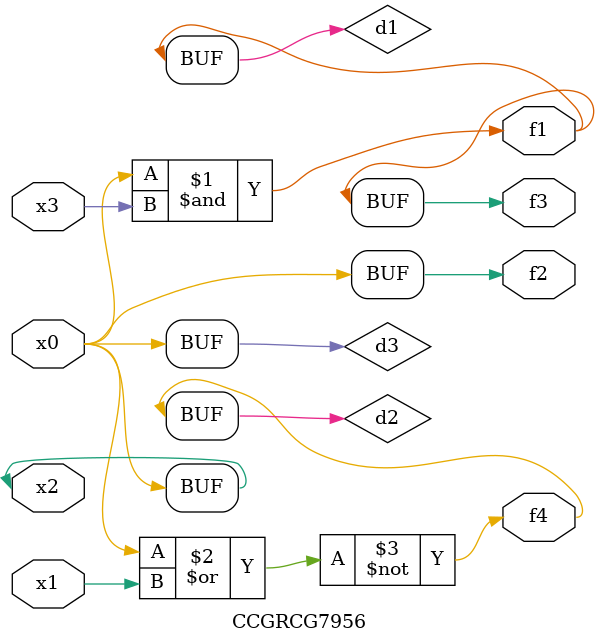
<source format=v>
module CCGRCG7956(
	input x0, x1, x2, x3,
	output f1, f2, f3, f4
);

	wire d1, d2, d3;

	and (d1, x2, x3);
	nor (d2, x0, x1);
	buf (d3, x0, x2);
	assign f1 = d1;
	assign f2 = d3;
	assign f3 = d1;
	assign f4 = d2;
endmodule

</source>
